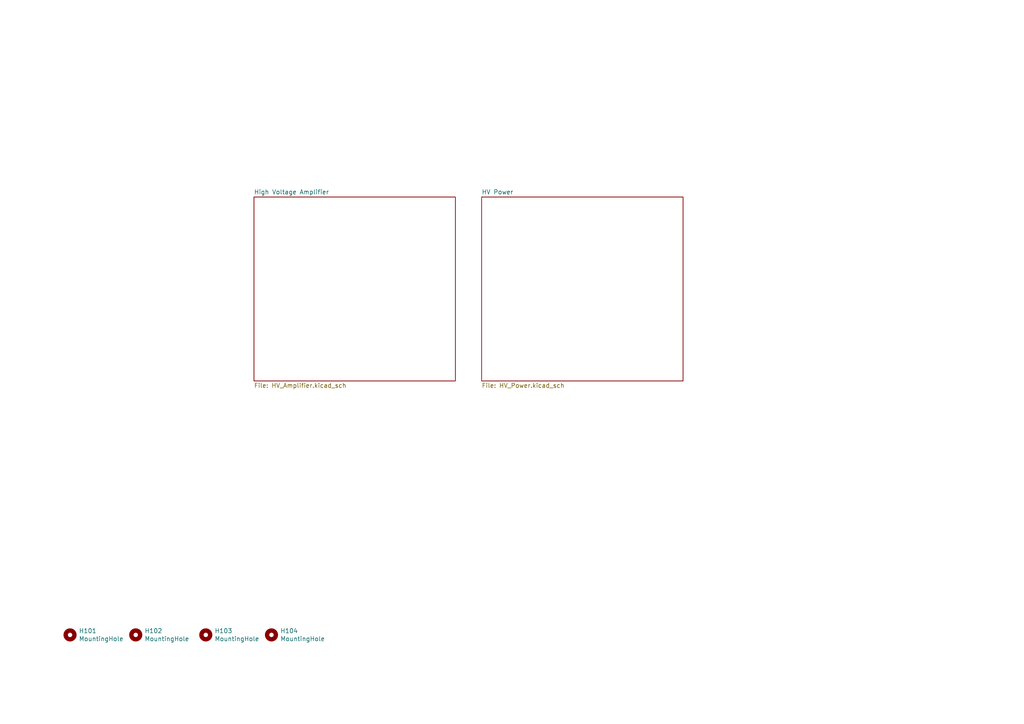
<source format=kicad_sch>
(kicad_sch (version 20211123) (generator eeschema)
  (paper "A4")
  (lib_symbols
    (symbol "Mechanical:MountingHole" (pin_names (offset 1.016))
      (property "Reference" "H" (at 0 5.08 0))
      (property "Value" "MountingHole" (at 0 3.175 0))
      (symbol "MountingHole_0_1"
        (circle (center 0 0) (radius 1.27) (stroke (width 1.27)))
      )
    )
  )
  (symbol (lib_id "Mechanical:MountingHole") (at 20.32 184.15 0) (unit 1)
    (property "Reference" "H101" (at 22.86 182.9816 0) (effects (justify left)))
    (property "Value" "MountingHole" (at 22.86 185.293 0) (effects (justify left)))
    (property "Footprint" "MountingHole:MountingHole_3.2mm_M3_DIN965_Pad" (effects hide))
  )
  (symbol (lib_id "Mechanical:MountingHole") (at 39.37 184.15 0) (unit 1)
    (property "Reference" "H102" (at 41.91 182.9816 0) (effects (justify left)))
    (property "Value" "MountingHole" (at 41.91 185.293 0) (effects (justify left)))
    (property "Footprint" "MountingHole:MountingHole_3.2mm_M3_DIN965_Pad" (effects hide))
  )
  (symbol (lib_id "Mechanical:MountingHole") (at 59.69 184.15 0) (unit 1)
    (property "Reference" "H103" (at 62.23 182.9816 0) (effects (justify left)))
    (property "Value" "MountingHole" (at 62.23 185.293 0) (effects (justify left)))
    (property "Footprint" "MountingHole:MountingHole_3.2mm_M3_DIN965_Pad" (effects hide))
  )
  (symbol (lib_id "Mechanical:MountingHole") (at 78.74 184.15 0) (unit 1)
    (property "Reference" "H104" (at 81.28 182.9816 0) (effects (justify left)))
    (property "Value" "MountingHole" (at 81.28 185.293 0) (effects (justify left)))
    (property "Footprint" "MountingHole:MountingHole_3.2mm_M3_DIN965_Pad" (effects hide))
  )
  (sheet (at 73.66 57.15) (size 58.42 53.34)
    (property "Sheet name" "High Voltage Amplifier" (at 73.66 56.4384 0) (effects (justify left bottom)))
    (property "Sheet file" "HV_Amplifier.kicad_sch" (at 73.66 111.0746 0) (effects (justify left top)))
  )
  (sheet (at 139.7 57.15) (size 58.42 53.34)
    (property "Sheet name" "HV Power" (at 139.7 56.4384 0) (effects (justify left bottom)))
    (property "Sheet file" "HV_Power.kicad_sch" (at 139.7 111.0746 0) (effects (justify left top)))
  )
)
</source>
